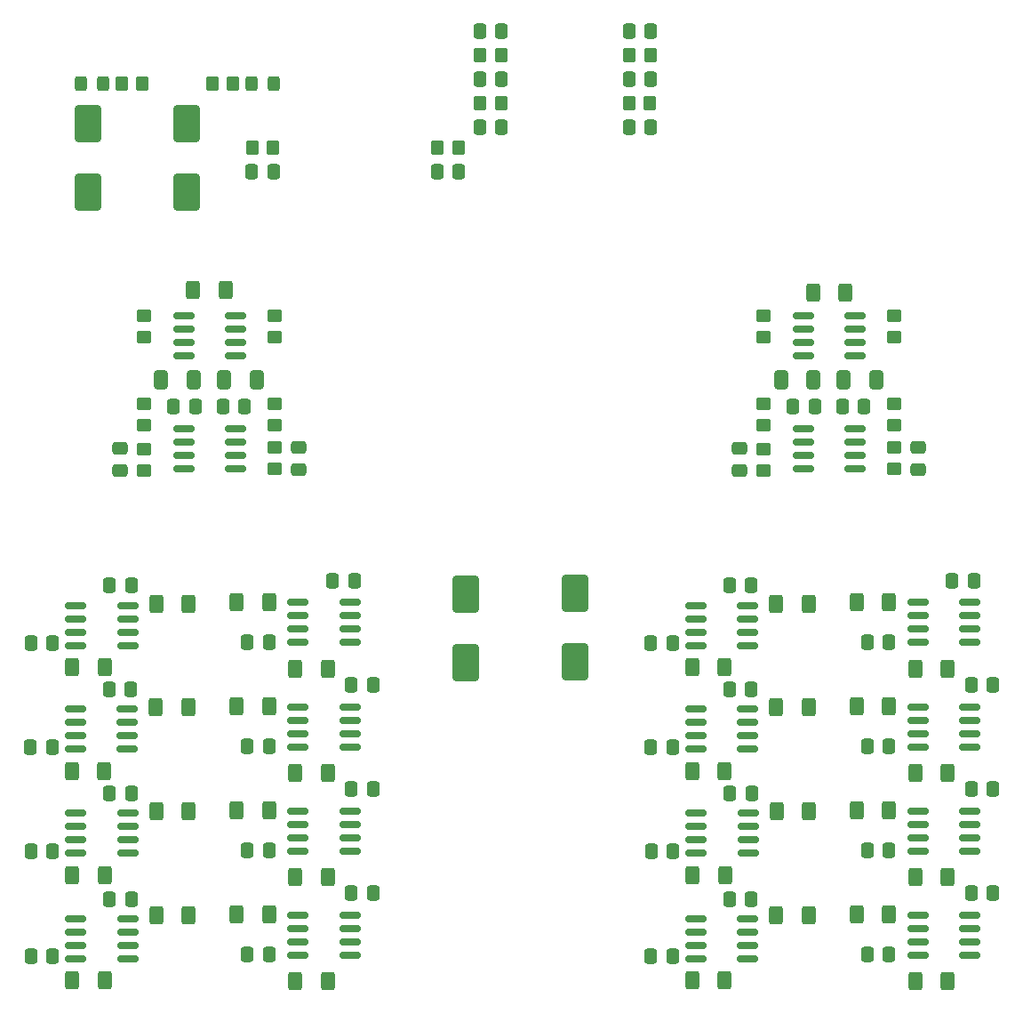
<source format=gbr>
%TF.GenerationSoftware,KiCad,Pcbnew,7.0.7*%
%TF.CreationDate,2024-01-11T22:16:13+01:00*%
%TF.ProjectId,NCBalOPHeadAmp,4e434261-6c4f-4504-9865-6164416d702e,rev?*%
%TF.SameCoordinates,Original*%
%TF.FileFunction,Paste,Top*%
%TF.FilePolarity,Positive*%
%FSLAX46Y46*%
G04 Gerber Fmt 4.6, Leading zero omitted, Abs format (unit mm)*
G04 Created by KiCad (PCBNEW 7.0.7) date 2024-01-11 22:16:13*
%MOMM*%
%LPD*%
G01*
G04 APERTURE LIST*
G04 Aperture macros list*
%AMRoundRect*
0 Rectangle with rounded corners*
0 $1 Rounding radius*
0 $2 $3 $4 $5 $6 $7 $8 $9 X,Y pos of 4 corners*
0 Add a 4 corners polygon primitive as box body*
4,1,4,$2,$3,$4,$5,$6,$7,$8,$9,$2,$3,0*
0 Add four circle primitives for the rounded corners*
1,1,$1+$1,$2,$3*
1,1,$1+$1,$4,$5*
1,1,$1+$1,$6,$7*
1,1,$1+$1,$8,$9*
0 Add four rect primitives between the rounded corners*
20,1,$1+$1,$2,$3,$4,$5,0*
20,1,$1+$1,$4,$5,$6,$7,0*
20,1,$1+$1,$6,$7,$8,$9,0*
20,1,$1+$1,$8,$9,$2,$3,0*%
G04 Aperture macros list end*
%ADD10RoundRect,0.250000X-0.337500X-0.475000X0.337500X-0.475000X0.337500X0.475000X-0.337500X0.475000X0*%
%ADD11RoundRect,0.250000X-0.350000X-0.450000X0.350000X-0.450000X0.350000X0.450000X-0.350000X0.450000X0*%
%ADD12RoundRect,0.150000X-0.825000X-0.150000X0.825000X-0.150000X0.825000X0.150000X-0.825000X0.150000X0*%
%ADD13RoundRect,0.250000X-0.475000X0.337500X-0.475000X-0.337500X0.475000X-0.337500X0.475000X0.337500X0*%
%ADD14RoundRect,0.250000X-0.400000X-0.625000X0.400000X-0.625000X0.400000X0.625000X-0.400000X0.625000X0*%
%ADD15RoundRect,0.250000X0.350000X0.450000X-0.350000X0.450000X-0.350000X-0.450000X0.350000X-0.450000X0*%
%ADD16RoundRect,0.250000X0.400000X0.625000X-0.400000X0.625000X-0.400000X-0.625000X0.400000X-0.625000X0*%
%ADD17RoundRect,0.250000X-0.450000X0.350000X-0.450000X-0.350000X0.450000X-0.350000X0.450000X0.350000X0*%
%ADD18RoundRect,0.250000X0.450000X-0.350000X0.450000X0.350000X-0.450000X0.350000X-0.450000X-0.350000X0*%
%ADD19RoundRect,0.250000X-1.000000X1.500000X-1.000000X-1.500000X1.000000X-1.500000X1.000000X1.500000X0*%
%ADD20RoundRect,0.250000X1.000000X-1.500000X1.000000X1.500000X-1.000000X1.500000X-1.000000X-1.500000X0*%
%ADD21RoundRect,0.250000X0.412500X0.650000X-0.412500X0.650000X-0.412500X-0.650000X0.412500X-0.650000X0*%
%ADD22RoundRect,0.250000X0.337500X0.475000X-0.337500X0.475000X-0.337500X-0.475000X0.337500X-0.475000X0*%
%ADD23RoundRect,0.250000X0.325000X0.450000X-0.325000X0.450000X-0.325000X-0.450000X0.325000X-0.450000X0*%
G04 APERTURE END LIST*
D10*
%TO.C,C304*%
X162970000Y-108644100D03*
X165045000Y-108644100D03*
%TD*%
D11*
%TO.C,R902*%
X160903500Y-52710500D03*
X162903500Y-52710500D03*
%TD*%
D10*
%TO.C,C803*%
X146663500Y-50419000D03*
X148738500Y-50419000D03*
%TD*%
D12*
%TO.C,U203*%
X129362500Y-134556800D03*
X129362500Y-135826800D03*
X129362500Y-137096800D03*
X129362500Y-138366800D03*
X134312500Y-138366800D03*
X134312500Y-137096800D03*
X134312500Y-135826800D03*
X134312500Y-134556800D03*
%TD*%
D13*
%TO.C,C706*%
X171445800Y-90148500D03*
X171445800Y-92223500D03*
%TD*%
D12*
%TO.C,U201*%
X129362500Y-124650800D03*
X129362500Y-125920800D03*
X129362500Y-127190800D03*
X129362500Y-128460800D03*
X134312500Y-128460800D03*
X134312500Y-127190800D03*
X134312500Y-125920800D03*
X134312500Y-124650800D03*
%TD*%
D14*
%TO.C,R307*%
X174903500Y-134552100D03*
X178003500Y-134552100D03*
%TD*%
D15*
%TO.C,R801*%
X148679500Y-57239500D03*
X146679500Y-57239500D03*
%TD*%
D14*
%TO.C,R103*%
X115806000Y-114740100D03*
X118906000Y-114740100D03*
%TD*%
D16*
%TO.C,R402*%
X191246300Y-111061800D03*
X188146300Y-111061800D03*
%TD*%
D17*
%TO.C,R702*%
X186177800Y-90059000D03*
X186177800Y-92059000D03*
%TD*%
D16*
%TO.C,R400*%
X185658300Y-104711800D03*
X182558300Y-104711800D03*
%TD*%
D10*
%TO.C,C403*%
X193484800Y-132397800D03*
X195559800Y-132397800D03*
%TD*%
D13*
%TO.C,C701*%
X188463800Y-90021500D03*
X188463800Y-92096500D03*
%TD*%
D14*
%TO.C,R306*%
X174925000Y-124646100D03*
X178025000Y-124646100D03*
%TD*%
D17*
%TO.C,R703*%
X186177800Y-77486000D03*
X186177800Y-79486000D03*
%TD*%
D18*
%TO.C,R605*%
X114710800Y-79486000D03*
X114710800Y-77486000D03*
%TD*%
D10*
%TO.C,C207*%
X124535300Y-138239800D03*
X126610300Y-138239800D03*
%TD*%
D11*
%TO.C,R20*%
X142637000Y-61468000D03*
X144637000Y-61468000D03*
%TD*%
D10*
%TO.C,C306*%
X162944000Y-118550100D03*
X165019000Y-118550100D03*
%TD*%
D16*
%TO.C,R203*%
X132202800Y-130873800D03*
X129102800Y-130873800D03*
%TD*%
D10*
%TO.C,C203*%
X134441300Y-132397800D03*
X136516300Y-132397800D03*
%TD*%
D14*
%TO.C,R300*%
X166902500Y-110930100D03*
X170002500Y-110930100D03*
%TD*%
D17*
%TO.C,R707*%
X173731800Y-90186000D03*
X173731800Y-92186000D03*
%TD*%
D19*
%TO.C,C10*%
X155702000Y-103938000D03*
X155702000Y-110438000D03*
%TD*%
D10*
%TO.C,C103*%
X111391500Y-133028100D03*
X113466500Y-133028100D03*
%TD*%
D16*
%TO.C,R407*%
X191246300Y-140779800D03*
X188146300Y-140779800D03*
%TD*%
D12*
%TO.C,U101*%
X108150000Y-114930300D03*
X108150000Y-116200300D03*
X108150000Y-117470300D03*
X108150000Y-118740300D03*
X113100000Y-118740300D03*
X113100000Y-117470300D03*
X113100000Y-116200300D03*
X113100000Y-114930300D03*
%TD*%
D19*
%TO.C,C11*%
X145288000Y-103990000D03*
X145288000Y-110490000D03*
%TD*%
D10*
%TO.C,C202*%
X134441300Y-122491800D03*
X136516300Y-122491800D03*
%TD*%
%TO.C,C204*%
X124535300Y-108521800D03*
X126610300Y-108521800D03*
%TD*%
D11*
%TO.C,R409*%
X112538000Y-55372000D03*
X114538000Y-55372000D03*
%TD*%
D20*
%TO.C,C9*%
X109347000Y-65734000D03*
X109347000Y-59234000D03*
%TD*%
D10*
%TO.C,C303*%
X170463000Y-133028100D03*
X172538000Y-133028100D03*
%TD*%
D16*
%TO.C,R207*%
X132202800Y-140779800D03*
X129102800Y-140779800D03*
%TD*%
D14*
%TO.C,R105*%
X107831000Y-140775100D03*
X110931000Y-140775100D03*
%TD*%
D10*
%TO.C,C201*%
X134441300Y-112649000D03*
X136516300Y-112649000D03*
%TD*%
D21*
%TO.C,C602*%
X119448300Y-83566000D03*
X116323300Y-83566000D03*
%TD*%
D14*
%TO.C,R106*%
X115853500Y-124646100D03*
X118953500Y-124646100D03*
%TD*%
D17*
%TO.C,R602*%
X127156800Y-90059000D03*
X127156800Y-92059000D03*
%TD*%
D15*
%TO.C,R802*%
X148679500Y-52667500D03*
X146679500Y-52667500D03*
%TD*%
D11*
%TO.C,R901*%
X160887500Y-57282500D03*
X162887500Y-57282500D03*
%TD*%
D14*
%TO.C,R301*%
X166876500Y-120836100D03*
X169976500Y-120836100D03*
%TD*%
D17*
%TO.C,R607*%
X114710800Y-90186000D03*
X114710800Y-92186000D03*
%TD*%
D19*
%TO.C,C7*%
X118745000Y-59234000D03*
X118745000Y-65734000D03*
%TD*%
D10*
%TO.C,C301*%
X170484500Y-122995100D03*
X172559500Y-122995100D03*
%TD*%
D22*
%TO.C,C400*%
X193755800Y-102743000D03*
X191680800Y-102743000D03*
%TD*%
D10*
%TO.C,C16*%
X124946500Y-63754000D03*
X127021500Y-63754000D03*
%TD*%
%TO.C,C206*%
X124535300Y-128333800D03*
X126610300Y-128333800D03*
%TD*%
D12*
%TO.C,U303*%
X167247500Y-134869300D03*
X167247500Y-136139300D03*
X167247500Y-137409300D03*
X167247500Y-138679300D03*
X172197500Y-138679300D03*
X172197500Y-137409300D03*
X172197500Y-136139300D03*
X172197500Y-134869300D03*
%TD*%
D22*
%TO.C,C802*%
X148717000Y-54953500D03*
X146642000Y-54953500D03*
%TD*%
D12*
%TO.C,U402*%
X188406000Y-114744800D03*
X188406000Y-116014800D03*
X188406000Y-117284800D03*
X188406000Y-118554800D03*
X193356000Y-118554800D03*
X193356000Y-117284800D03*
X193356000Y-116014800D03*
X193356000Y-114744800D03*
%TD*%
%TO.C,U702*%
X177479800Y-88265000D03*
X177479800Y-89535000D03*
X177479800Y-90805000D03*
X177479800Y-92075000D03*
X182429800Y-92075000D03*
X182429800Y-90805000D03*
X182429800Y-89535000D03*
X182429800Y-88265000D03*
%TD*%
D10*
%TO.C,C205*%
X124535300Y-118491000D03*
X126610300Y-118491000D03*
%TD*%
D12*
%TO.C,U601*%
X118458800Y-77470000D03*
X118458800Y-78740000D03*
X118458800Y-80010000D03*
X118458800Y-81280000D03*
X123408800Y-81280000D03*
X123408800Y-80010000D03*
X123408800Y-78740000D03*
X123408800Y-77470000D03*
%TD*%
%TO.C,U701*%
X177479800Y-77470000D03*
X177479800Y-78740000D03*
X177479800Y-80010000D03*
X177479800Y-81280000D03*
X182429800Y-81280000D03*
X182429800Y-80010000D03*
X182429800Y-78740000D03*
X182429800Y-77470000D03*
%TD*%
D10*
%TO.C,C404*%
X183578800Y-108521800D03*
X185653800Y-108521800D03*
%TD*%
D14*
%TO.C,R104*%
X107852500Y-130742100D03*
X110952500Y-130742100D03*
%TD*%
D16*
%TO.C,R604*%
X122454000Y-75057000D03*
X119354000Y-75057000D03*
%TD*%
D23*
%TO.C,D401*%
X110753000Y-55372000D03*
X108703000Y-55372000D03*
%TD*%
D10*
%TO.C,C901*%
X160866000Y-59568500D03*
X162941000Y-59568500D03*
%TD*%
D12*
%TO.C,U202*%
X129362500Y-114744800D03*
X129362500Y-116014800D03*
X129362500Y-117284800D03*
X129362500Y-118554800D03*
X134312500Y-118554800D03*
X134312500Y-117284800D03*
X134312500Y-116014800D03*
X134312500Y-114744800D03*
%TD*%
D11*
%TO.C,R408*%
X121174000Y-55372000D03*
X123174000Y-55372000D03*
%TD*%
D14*
%TO.C,R303*%
X174877500Y-114740100D03*
X177977500Y-114740100D03*
%TD*%
D23*
%TO.C,D400*%
X127009000Y-55372000D03*
X124959000Y-55372000D03*
%TD*%
D14*
%TO.C,R302*%
X174903500Y-104961100D03*
X178003500Y-104961100D03*
%TD*%
D10*
%TO.C,C302*%
X170437000Y-113089100D03*
X172512000Y-113089100D03*
%TD*%
D16*
%TO.C,R704*%
X181509000Y-75311000D03*
X178409000Y-75311000D03*
%TD*%
D12*
%TO.C,U300*%
X167247500Y-105088100D03*
X167247500Y-106358100D03*
X167247500Y-107628100D03*
X167247500Y-108898100D03*
X172197500Y-108898100D03*
X172197500Y-107628100D03*
X172197500Y-106358100D03*
X172197500Y-105088100D03*
%TD*%
D10*
%TO.C,C101*%
X111413000Y-122995100D03*
X113488000Y-122995100D03*
%TD*%
D14*
%TO.C,R305*%
X166902500Y-140775100D03*
X170002500Y-140775100D03*
%TD*%
D10*
%TO.C,C102*%
X111365500Y-113089100D03*
X113440500Y-113089100D03*
%TD*%
D16*
%TO.C,R202*%
X132202800Y-111061800D03*
X129102800Y-111061800D03*
%TD*%
D22*
%TO.C,C200*%
X134712300Y-102743000D03*
X132637300Y-102743000D03*
%TD*%
D10*
%TO.C,C902*%
X160866000Y-54996500D03*
X162941000Y-54996500D03*
%TD*%
D16*
%TO.C,R401*%
X185658300Y-124523800D03*
X182558300Y-124523800D03*
%TD*%
%TO.C,R405*%
X185658300Y-134429800D03*
X182558300Y-134429800D03*
%TD*%
D14*
%TO.C,R101*%
X107805000Y-120836100D03*
X110905000Y-120836100D03*
%TD*%
D10*
%TO.C,C107*%
X103898500Y-138489100D03*
X105973500Y-138489100D03*
%TD*%
D16*
%TO.C,R204*%
X126614800Y-114681000D03*
X123514800Y-114681000D03*
%TD*%
D17*
%TO.C,R606*%
X114710800Y-85868000D03*
X114710800Y-87868000D03*
%TD*%
D12*
%TO.C,U302*%
X167269000Y-124836300D03*
X167269000Y-126106300D03*
X167269000Y-127376300D03*
X167269000Y-128646300D03*
X172219000Y-128646300D03*
X172219000Y-127376300D03*
X172219000Y-126106300D03*
X172219000Y-124836300D03*
%TD*%
D22*
%TO.C,C604*%
X124257300Y-86106000D03*
X122182300Y-86106000D03*
%TD*%
D10*
%TO.C,C407*%
X183578800Y-138239800D03*
X185653800Y-138239800D03*
%TD*%
D12*
%TO.C,U401*%
X188406000Y-124650800D03*
X188406000Y-125920800D03*
X188406000Y-127190800D03*
X188406000Y-128460800D03*
X193356000Y-128460800D03*
X193356000Y-127190800D03*
X193356000Y-125920800D03*
X193356000Y-124650800D03*
%TD*%
D17*
%TO.C,R706*%
X173731800Y-85868000D03*
X173731800Y-87868000D03*
%TD*%
D12*
%TO.C,U301*%
X167221500Y-114930300D03*
X167221500Y-116200300D03*
X167221500Y-117470300D03*
X167221500Y-118740300D03*
X172171500Y-118740300D03*
X172171500Y-117470300D03*
X172171500Y-116200300D03*
X172171500Y-114930300D03*
%TD*%
D10*
%TO.C,C405*%
X183578800Y-118491000D03*
X185653800Y-118491000D03*
%TD*%
D17*
%TO.C,R603*%
X127156800Y-77486000D03*
X127156800Y-79486000D03*
%TD*%
D21*
%TO.C,C705*%
X184438300Y-83566000D03*
X181313300Y-83566000D03*
%TD*%
D15*
%TO.C,R19*%
X126984000Y-61468000D03*
X124984000Y-61468000D03*
%TD*%
D10*
%TO.C,C105*%
X103920000Y-128456100D03*
X105995000Y-128456100D03*
%TD*%
D12*
%TO.C,U102*%
X108197500Y-124836300D03*
X108197500Y-126106300D03*
X108197500Y-127376300D03*
X108197500Y-128646300D03*
X113147500Y-128646300D03*
X113147500Y-127376300D03*
X113147500Y-126106300D03*
X113147500Y-124836300D03*
%TD*%
D10*
%TO.C,C305*%
X162991500Y-128456100D03*
X165066500Y-128456100D03*
%TD*%
%TO.C,C106*%
X103872500Y-118550100D03*
X105947500Y-118550100D03*
%TD*%
D16*
%TO.C,R404*%
X185658300Y-114681000D03*
X182558300Y-114681000D03*
%TD*%
%TO.C,R205*%
X126614800Y-134429800D03*
X123514800Y-134429800D03*
%TD*%
D14*
%TO.C,R304*%
X166924000Y-130742100D03*
X170024000Y-130742100D03*
%TD*%
D22*
%TO.C,C903*%
X162941000Y-50424500D03*
X160866000Y-50424500D03*
%TD*%
D16*
%TO.C,R200*%
X126614800Y-104711800D03*
X123514800Y-104711800D03*
%TD*%
D10*
%TO.C,C402*%
X193484800Y-122491800D03*
X195559800Y-122491800D03*
%TD*%
D12*
%TO.C,U100*%
X108176000Y-105088100D03*
X108176000Y-106358100D03*
X108176000Y-107628100D03*
X108176000Y-108898100D03*
X113126000Y-108898100D03*
X113126000Y-107628100D03*
X113126000Y-106358100D03*
X113126000Y-105088100D03*
%TD*%
D10*
%TO.C,C307*%
X162970000Y-138489100D03*
X165045000Y-138489100D03*
%TD*%
%TO.C,C100*%
X111391500Y-103183100D03*
X113466500Y-103183100D03*
%TD*%
%TO.C,C300*%
X170463000Y-103183100D03*
X172538000Y-103183100D03*
%TD*%
D16*
%TO.C,R406*%
X191246300Y-121031000D03*
X188146300Y-121031000D03*
%TD*%
D12*
%TO.C,U403*%
X188406000Y-134556800D03*
X188406000Y-135826800D03*
X188406000Y-137096800D03*
X188406000Y-138366800D03*
X193356000Y-138366800D03*
X193356000Y-137096800D03*
X193356000Y-135826800D03*
X193356000Y-134556800D03*
%TD*%
D22*
%TO.C,C704*%
X183278300Y-86106000D03*
X181203300Y-86106000D03*
%TD*%
%TO.C,C17*%
X144674500Y-63754000D03*
X142599500Y-63754000D03*
%TD*%
D13*
%TO.C,C606*%
X112424800Y-90148500D03*
X112424800Y-92223500D03*
%TD*%
D22*
%TO.C,C703*%
X178579300Y-86106000D03*
X176504300Y-86106000D03*
%TD*%
D16*
%TO.C,R201*%
X126614800Y-124523800D03*
X123514800Y-124523800D03*
%TD*%
D12*
%TO.C,U103*%
X108176000Y-134869300D03*
X108176000Y-136139300D03*
X108176000Y-137409300D03*
X108176000Y-138679300D03*
X113126000Y-138679300D03*
X113126000Y-137409300D03*
X113126000Y-136139300D03*
X113126000Y-134869300D03*
%TD*%
D10*
%TO.C,C104*%
X103898500Y-108644100D03*
X105973500Y-108644100D03*
%TD*%
D22*
%TO.C,C801*%
X148717000Y-59525500D03*
X146642000Y-59525500D03*
%TD*%
%TO.C,C603*%
X119558300Y-86106000D03*
X117483300Y-86106000D03*
%TD*%
D21*
%TO.C,C702*%
X178469300Y-83566000D03*
X175344300Y-83566000D03*
%TD*%
D12*
%TO.C,U200*%
X129362500Y-104775600D03*
X129362500Y-106045600D03*
X129362500Y-107315600D03*
X129362500Y-108585600D03*
X134312500Y-108585600D03*
X134312500Y-107315600D03*
X134312500Y-106045600D03*
X134312500Y-104775600D03*
%TD*%
%TO.C,U602*%
X118458800Y-88265000D03*
X118458800Y-89535000D03*
X118458800Y-90805000D03*
X118458800Y-92075000D03*
X123408800Y-92075000D03*
X123408800Y-90805000D03*
X123408800Y-89535000D03*
X123408800Y-88265000D03*
%TD*%
D10*
%TO.C,C406*%
X183578800Y-128333800D03*
X185653800Y-128333800D03*
%TD*%
D18*
%TO.C,R705*%
X173731800Y-79486000D03*
X173731800Y-77486000D03*
%TD*%
D13*
%TO.C,C601*%
X129442800Y-90021500D03*
X129442800Y-92096500D03*
%TD*%
D16*
%TO.C,R403*%
X191246300Y-130873800D03*
X188146300Y-130873800D03*
%TD*%
D21*
%TO.C,C605*%
X125417300Y-83566000D03*
X122292300Y-83566000D03*
%TD*%
D17*
%TO.C,R701*%
X186177800Y-85868000D03*
X186177800Y-87868000D03*
%TD*%
D14*
%TO.C,R102*%
X115832000Y-104961100D03*
X118932000Y-104961100D03*
%TD*%
D16*
%TO.C,R206*%
X132202800Y-121031000D03*
X129102800Y-121031000D03*
%TD*%
D10*
%TO.C,C401*%
X193484800Y-112649000D03*
X195559800Y-112649000D03*
%TD*%
D12*
%TO.C,U400*%
X188406000Y-104775600D03*
X188406000Y-106045600D03*
X188406000Y-107315600D03*
X188406000Y-108585600D03*
X193356000Y-108585600D03*
X193356000Y-107315600D03*
X193356000Y-106045600D03*
X193356000Y-104775600D03*
%TD*%
D14*
%TO.C,R107*%
X115832000Y-134552100D03*
X118932000Y-134552100D03*
%TD*%
D17*
%TO.C,R601*%
X127156800Y-85868000D03*
X127156800Y-87868000D03*
%TD*%
D14*
%TO.C,R100*%
X107831000Y-110930100D03*
X110931000Y-110930100D03*
%TD*%
M02*

</source>
